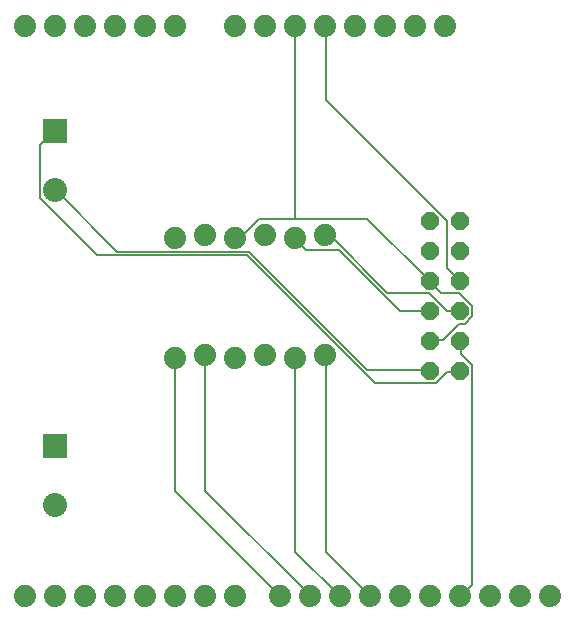
<source format=gbr>
G04 EAGLE Gerber RS-274X export*
G75*
%MOMM*%
%FSLAX34Y34*%
%LPD*%
%INTop Copper*%
%IPPOS*%
%AMOC8*
5,1,8,0,0,1.08239X$1,22.5*%
G01*
%ADD10C,1.879600*%
%ADD11P,1.649562X8X112.500000*%
%ADD12R,2.032000X2.032000*%
%ADD13C,2.032000*%
%ADD14C,0.152400*%


D10*
X330200Y508000D03*
X304800Y508000D03*
X279400Y508000D03*
X254000Y508000D03*
X228600Y508000D03*
X203200Y508000D03*
X152400Y508000D03*
X127000Y508000D03*
X101600Y508000D03*
X76200Y508000D03*
X50800Y508000D03*
X25400Y508000D03*
X25400Y25400D03*
X50800Y25400D03*
X76200Y25400D03*
X101600Y25400D03*
X127000Y25400D03*
X152400Y25400D03*
X177800Y25400D03*
X203200Y25400D03*
X241300Y25400D03*
X266700Y25400D03*
X292100Y25400D03*
X317500Y25400D03*
X342900Y25400D03*
X368300Y25400D03*
X393700Y25400D03*
X419100Y25400D03*
X444500Y25400D03*
X469900Y25400D03*
X355600Y508000D03*
X381000Y508000D03*
X279400Y331470D03*
X254000Y328930D03*
X228600Y331470D03*
X203200Y328930D03*
X177800Y331470D03*
X152400Y328930D03*
X152400Y227330D03*
X177800Y229870D03*
X203200Y227330D03*
X228600Y229870D03*
X254000Y227330D03*
X279400Y229870D03*
D11*
X393700Y215900D03*
X368300Y215900D03*
X393700Y241300D03*
X368300Y241300D03*
X393700Y266700D03*
X368300Y266700D03*
X393700Y292100D03*
X368300Y292100D03*
X393700Y317500D03*
X368300Y317500D03*
X393700Y342900D03*
X368300Y342900D03*
D12*
X50800Y152400D03*
D13*
X50800Y102400D03*
D12*
X50800Y419100D03*
D13*
X50800Y369100D03*
D14*
X382524Y214884D02*
X393192Y214884D01*
X382524Y214884D02*
X373380Y205740D01*
X321564Y205740D01*
X213360Y313944D01*
X86868Y313944D01*
X38100Y362712D01*
X38100Y406908D01*
X50292Y419100D01*
X393700Y215900D02*
X393192Y214884D01*
X50800Y419100D02*
X50292Y419100D01*
X315468Y216408D02*
X367284Y216408D01*
X315468Y216408D02*
X214884Y316992D01*
X103632Y316992D01*
X51816Y368808D01*
X367284Y216408D02*
X368300Y215900D01*
X51816Y368808D02*
X50800Y369100D01*
X394716Y240792D02*
X394716Y230124D01*
X403860Y220980D01*
X403860Y35052D01*
X394716Y25908D01*
X394716Y240792D02*
X393700Y241300D01*
X394716Y25908D02*
X393700Y25400D01*
X379476Y242316D02*
X368808Y242316D01*
X379476Y242316D02*
X393192Y256032D01*
X397764Y256032D01*
X403860Y262128D01*
X403860Y271272D01*
X393192Y281940D01*
X377952Y281940D01*
X368808Y291084D01*
X368808Y242316D02*
X368300Y241300D01*
X368808Y291084D02*
X368300Y292100D01*
X208788Y329184D02*
X204216Y329184D01*
X208788Y329184D02*
X224028Y344424D01*
X254508Y344424D02*
X315468Y344424D01*
X254508Y344424D02*
X224028Y344424D01*
X315468Y344424D02*
X367284Y292608D01*
X204216Y329184D02*
X203200Y328930D01*
X367284Y292608D02*
X368300Y292100D01*
X254508Y344424D02*
X254508Y507492D01*
X254000Y508000D01*
X280416Y507492D02*
X280416Y445008D01*
X382524Y342900D01*
X382524Y303276D01*
X393700Y292100D01*
X280416Y507492D02*
X279400Y508000D01*
X382524Y266700D02*
X393700Y266700D01*
X382524Y266700D02*
X367284Y281940D01*
X332232Y281940D01*
X283464Y330708D01*
X280416Y330708D01*
X279400Y331470D01*
X342900Y266700D02*
X368300Y266700D01*
X342900Y266700D02*
X291084Y318516D01*
X263652Y318516D01*
X254508Y327660D01*
X254000Y328930D01*
X280416Y228600D02*
X280416Y62484D01*
X317500Y25400D01*
X280416Y228600D02*
X279400Y229870D01*
X254508Y227076D02*
X254508Y62484D01*
X291084Y25908D01*
X254508Y227076D02*
X254000Y227330D01*
X291084Y25908D02*
X292100Y25400D01*
X178308Y114300D02*
X178308Y228600D01*
X178308Y114300D02*
X266700Y25908D01*
X178308Y228600D02*
X177800Y229870D01*
X266700Y25908D02*
X266700Y25400D01*
X152400Y114300D02*
X152400Y227330D01*
X152400Y114300D02*
X241300Y25400D01*
M02*

</source>
